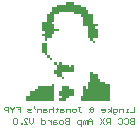
<source format=gbo>
G04*
G04 #@! TF.GenerationSoftware,Altium Limited,Altium Designer,20.1.12 (249)*
G04*
G04 Layer_Color=32896*
%FSLAX44Y44*%
%MOMM*%
G71*
G04*
G04 #@! TF.SameCoordinates,1844C3CC-A0EC-40E1-9444-F8D5987F7045*
G04*
G04*
G04 #@! TF.FilePolarity,Positive*
G04*
G01*
G75*
%ADD11C,0.1000*%
G36*
X135640Y116280D02*
X141736D01*
Y114248D01*
X145800D01*
Y112216D01*
X147832D01*
Y110184D01*
Y108152D01*
X151896D01*
Y106120D01*
Y104088D01*
Y102056D01*
Y100024D01*
X155960D01*
Y97992D01*
X153928D01*
Y95960D01*
X155960D01*
Y93928D01*
Y91896D01*
Y89864D01*
Y87832D01*
X151896D01*
Y85800D01*
X153928D01*
Y83768D01*
X151896D01*
Y85800D01*
X149864D01*
Y87832D01*
X147832D01*
Y89864D01*
Y91896D01*
Y93928D01*
Y95960D01*
Y97992D01*
X143768D01*
Y100024D01*
Y102056D01*
Y104088D01*
Y106120D01*
X141736D01*
Y108152D01*
X135640D01*
Y110184D01*
X123448D01*
Y108152D01*
X119384D01*
Y106120D01*
Y104088D01*
Y102056D01*
X117352D01*
Y100024D01*
X119384D01*
Y97992D01*
Y95960D01*
X123448D01*
Y93928D01*
X119384D01*
Y91896D01*
X117352D01*
Y89864D01*
Y87832D01*
X113288D01*
Y85800D01*
X111256D01*
Y87832D01*
Y89864D01*
X109224D01*
Y91896D01*
X111256D01*
Y93928D01*
X109224D01*
Y95960D01*
Y97992D01*
Y100024D01*
Y102056D01*
X113288D01*
Y104088D01*
Y106120D01*
Y108152D01*
X115320D01*
Y110184D01*
X117352D01*
Y112216D01*
Y114248D01*
X121416D01*
Y116280D01*
X129544D01*
Y118312D01*
X135640D01*
Y116280D01*
D02*
G37*
G36*
X113288Y81736D02*
Y79704D01*
Y77672D01*
Y75640D01*
Y73608D01*
X115320D01*
Y71576D01*
X117352D01*
Y69544D01*
X115320D01*
Y71576D01*
X113288D01*
Y73608D01*
X111256D01*
Y75640D01*
X109224D01*
Y77672D01*
Y79704D01*
Y81736D01*
Y83768D01*
X113288D01*
Y81736D01*
D02*
G37*
G36*
X125480Y65480D02*
X131576D01*
Y63448D01*
X133608D01*
Y65480D01*
X135640D01*
Y63448D01*
Y61416D01*
Y59384D01*
X125480D01*
Y57352D01*
Y55320D01*
X127512D01*
Y53288D01*
X125480D01*
Y55320D01*
X121416D01*
Y57352D01*
X119384D01*
Y59384D01*
Y61416D01*
X121416D01*
Y63448D01*
Y65480D01*
X119384D01*
Y67512D01*
X121416D01*
Y65480D01*
X123448D01*
Y67512D01*
X125480D01*
Y65480D01*
D02*
G37*
G36*
X151896Y57352D02*
X155960D01*
Y55320D01*
Y53288D01*
X157992D01*
Y51256D01*
X162056D01*
Y49224D01*
X166120D01*
Y47192D01*
Y45160D01*
Y43128D01*
Y41096D01*
Y39064D01*
Y37032D01*
Y35000D01*
X141736D01*
Y37032D01*
Y39064D01*
X143768D01*
Y41096D01*
Y43128D01*
Y45160D01*
Y47192D01*
X145800D01*
Y45160D01*
X147832D01*
Y47192D01*
Y49224D01*
Y51256D01*
X149864D01*
Y53288D01*
Y55320D01*
Y57352D01*
Y59384D01*
X151896D01*
Y57352D01*
D02*
G37*
G36*
X131576Y45160D02*
X135640D01*
Y43128D01*
Y41096D01*
Y39064D01*
X131576D01*
Y37032D01*
X129544D01*
Y35000D01*
X123448D01*
Y37032D01*
X125480D01*
Y39064D01*
X123448D01*
Y41096D01*
Y43128D01*
X125480D01*
Y45160D01*
Y47192D01*
X131576D01*
Y45160D01*
D02*
G37*
G36*
X119384Y47192D02*
Y45160D01*
Y43128D01*
Y41096D01*
Y39064D01*
Y37032D01*
Y35000D01*
X95000D01*
Y37032D01*
Y39064D01*
X99064D01*
Y41096D01*
Y43128D01*
X103128D01*
Y45160D01*
X105160D01*
Y47192D01*
X117352D01*
Y49224D01*
X119384D01*
Y47192D01*
D02*
G37*
D11*
X186500Y30229D02*
Y25230D01*
X183168D01*
X181502D02*
X179835D01*
X180669D01*
Y28563D01*
X181502D01*
X177336Y25230D02*
Y28563D01*
X174837D01*
X174004Y27729D01*
Y25230D01*
X170672Y23564D02*
X169839D01*
X169006Y24397D01*
Y28563D01*
X171505D01*
X172338Y27729D01*
Y26063D01*
X171505Y25230D01*
X169006D01*
X167340D02*
Y30229D01*
Y26896D02*
X164840Y28563D01*
X167340Y26896D02*
X164840Y25230D01*
X159842D02*
X161508D01*
X162341Y26063D01*
Y27729D01*
X161508Y28563D01*
X159842D01*
X159009Y27729D01*
Y26896D01*
X162341D01*
X149012Y25230D02*
X149845Y26063D01*
X150678Y25230D01*
X151511D01*
X152345Y26063D01*
Y26896D01*
X151511Y27729D01*
X152345Y28563D01*
Y29396D01*
X151511Y30229D01*
X150678D01*
X149845Y29396D01*
Y28563D01*
X150678Y27729D01*
X149845Y26896D01*
Y26063D01*
X149012Y27729D02*
X149845Y26896D01*
X151511Y27729D02*
X150678D01*
X139016Y30229D02*
X140682D01*
X139849D01*
Y26063D01*
X140682Y25230D01*
X141515D01*
X142348Y26063D01*
X136516Y25230D02*
X134850D01*
X134017Y26063D01*
Y27729D01*
X134850Y28563D01*
X136516D01*
X137349Y27729D01*
Y26063D01*
X136516Y25230D01*
X132351D02*
Y28563D01*
X129852D01*
X129019Y27729D01*
Y25230D01*
X126520Y28563D02*
X124853D01*
X124020Y27729D01*
Y25230D01*
X126520D01*
X127353Y26063D01*
X126520Y26896D01*
X124020D01*
X121521Y29396D02*
Y28563D01*
X122354D01*
X120688D01*
X121521D01*
Y26063D01*
X120688Y25230D01*
X118189Y30229D02*
Y25230D01*
Y27729D01*
X117356Y28563D01*
X115690D01*
X114857Y27729D01*
Y25230D01*
X112358Y28563D02*
X110691D01*
X109858Y27729D01*
Y25230D01*
X112358D01*
X113191Y26063D01*
X112358Y26896D01*
X109858D01*
X108192Y25230D02*
Y28563D01*
X105693D01*
X104860Y27729D01*
Y25230D01*
X102361Y31062D02*
Y29396D01*
X103194Y28563D01*
X99862Y25230D02*
X97362D01*
X96529Y26063D01*
X97362Y26896D01*
X99029D01*
X99862Y27729D01*
X99029Y28563D01*
X96529D01*
X86533Y30229D02*
X89865D01*
Y27729D01*
X88199D01*
X89865D01*
Y25230D01*
X84867Y30229D02*
Y29396D01*
X83200Y27729D01*
X81534Y29396D01*
Y30229D01*
X83200Y27729D02*
Y25230D01*
X79868D02*
Y30229D01*
X77369D01*
X76536Y29396D01*
Y27729D01*
X77369Y26896D01*
X79868D01*
X186500Y20164D02*
Y15166D01*
X184001D01*
X183168Y15999D01*
Y16832D01*
X184001Y17665D01*
X186500D01*
X184001D01*
X183168Y18498D01*
Y19331D01*
X184001Y20164D01*
X186500D01*
X178169Y19331D02*
X179002Y20164D01*
X180669D01*
X181502Y19331D01*
Y15999D01*
X180669Y15166D01*
X179002D01*
X178169Y15999D01*
X173171Y19331D02*
X174004Y20164D01*
X175670D01*
X176503Y19331D01*
Y15999D01*
X175670Y15166D01*
X174004D01*
X173171Y15999D01*
X166507Y15166D02*
Y20164D01*
X164007D01*
X163174Y19331D01*
Y17665D01*
X164007Y16832D01*
X166507D01*
X164840D02*
X163174Y15166D01*
X161508Y20164D02*
X158176Y15166D01*
Y20164D02*
X161508Y15166D01*
X151511D02*
Y18498D01*
X149845Y20164D01*
X148179Y18498D01*
Y15166D01*
Y17665D01*
X151511D01*
X146513Y15166D02*
Y18498D01*
X145680D01*
X144847Y17665D01*
Y15166D01*
Y17665D01*
X144014Y18498D01*
X143181Y17665D01*
Y15166D01*
X141515Y13500D02*
Y18498D01*
X139016D01*
X138182Y17665D01*
Y15999D01*
X139016Y15166D01*
X141515D01*
X131518Y20164D02*
Y15166D01*
X129019D01*
X128186Y15999D01*
Y16832D01*
X129019Y17665D01*
X131518D01*
X129019D01*
X128186Y18498D01*
Y19331D01*
X129019Y20164D01*
X131518D01*
X125687Y15166D02*
X124021D01*
X123187Y15999D01*
Y17665D01*
X124021Y18498D01*
X125687D01*
X126520Y17665D01*
Y15999D01*
X125687Y15166D01*
X120688Y18498D02*
X119022D01*
X118189Y17665D01*
Y15166D01*
X120688D01*
X121521Y15999D01*
X120688Y16832D01*
X118189D01*
X116523Y18498D02*
Y15166D01*
Y16832D01*
X115690Y17665D01*
X114857Y18498D01*
X114024D01*
X108192Y20164D02*
Y15166D01*
X110691D01*
X111524Y15999D01*
Y17665D01*
X110691Y18498D01*
X108192D01*
X101528Y20164D02*
Y16832D01*
X99862Y15166D01*
X98196Y16832D01*
Y20164D01*
X93197Y15166D02*
X96529D01*
X93197Y18498D01*
Y19331D01*
X94030Y20164D01*
X95696D01*
X96529Y19331D01*
X91531Y15166D02*
Y15999D01*
X90698D01*
Y15166D01*
X91531D01*
X87366Y19331D02*
X86533Y20164D01*
X84867D01*
X84033Y19331D01*
Y15999D01*
X84867Y15166D01*
X86533D01*
X87366Y15999D01*
Y19331D01*
M02*

</source>
